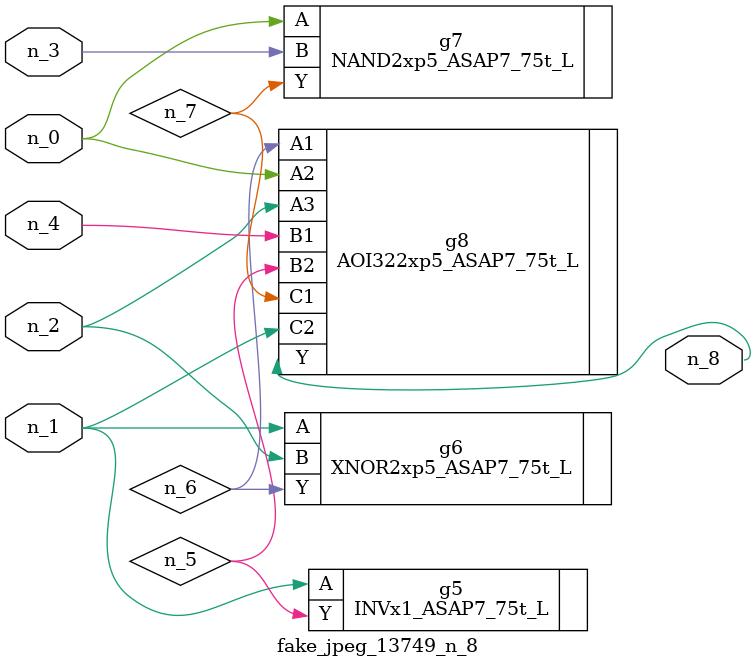
<source format=v>
module fake_jpeg_13749_n_8 (n_3, n_2, n_1, n_0, n_4, n_8);

input n_3;
input n_2;
input n_1;
input n_0;
input n_4;

output n_8;

wire n_6;
wire n_5;
wire n_7;

INVx1_ASAP7_75t_L g5 ( 
.A(n_1),
.Y(n_5)
);

XNOR2xp5_ASAP7_75t_L g6 ( 
.A(n_1),
.B(n_2),
.Y(n_6)
);

NAND2xp5_ASAP7_75t_L g7 ( 
.A(n_0),
.B(n_3),
.Y(n_7)
);

AOI322xp5_ASAP7_75t_L g8 ( 
.A1(n_6),
.A2(n_0),
.A3(n_2),
.B1(n_4),
.B2(n_5),
.C1(n_7),
.C2(n_1),
.Y(n_8)
);


endmodule
</source>
